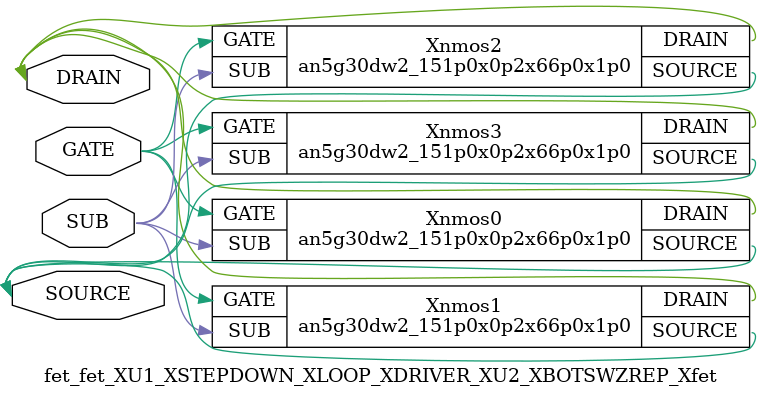
<source format=v>

module an5g30dw2_151p0x0p2x66p0x1p0 (DRAIN,GATE,SOURCE,SUB);
input GATE;
input SUB;
inout SOURCE;
inout DRAIN;
endmodule

//Celera Confidential Do Not Copy fet_fet_XU1_XSTEPDOWN_XLOOP_XDRIVER_XU2_XBOTSWZREP_Xfet
//Celera Confidential Symbol Generator
//power NMOS:Ron:0.200 Ohm
//Vgs 6V Vds 30V
//Kelvin:no

module fet_fet_XU1_XSTEPDOWN_XLOOP_XDRIVER_XU2_XBOTSWZREP_Xfet (GATE,SOURCE,DRAIN,SUB);
input GATE;
inout SOURCE;
inout DRAIN;
input SUB;

//Celera Confidential Do Not Copy an5g30dw2_151p0x0p2x66p0x1p0
an5g30dw2_151p0x0p2x66p0x1p0 Xnmos0(
.DRAIN (DRAIN),
.GATE (GATE),
.SOURCE (SOURCE),
.SUB (SUB)
);
//,diesize,an5g30dw2_151p0x0p2x66p0x1p0

//Celera Confidential Do Not Copy an5g30dw2_151p0x0p2x66p0x1p0
an5g30dw2_151p0x0p2x66p0x1p0 Xnmos1(
.DRAIN (DRAIN),
.GATE (GATE),
.SOURCE (SOURCE),
.SUB (SUB)
);
//,diesize,an5g30dw2_151p0x0p2x66p0x1p0

//Celera Confidential Do Not Copy an5g30dw2_151p0x0p2x66p0x1p0
an5g30dw2_151p0x0p2x66p0x1p0 Xnmos2(
.DRAIN (DRAIN),
.GATE (GATE),
.SOURCE (SOURCE),
.SUB (SUB)
);
//,diesize,an5g30dw2_151p0x0p2x66p0x1p0

//Celera Confidential Do Not Copy an5g30dw2_151p0x0p2x66p0x1p0
an5g30dw2_151p0x0p2x66p0x1p0 Xnmos3(
.DRAIN (DRAIN),
.GATE (GATE),
.SOURCE (SOURCE),
.SUB (SUB)
);
//,diesize,an5g30dw2_151p0x0p2x66p0x1p0

//Celera Confidential Do Not Copy Module End
//Celera Schematic Generator
endmodule

</source>
